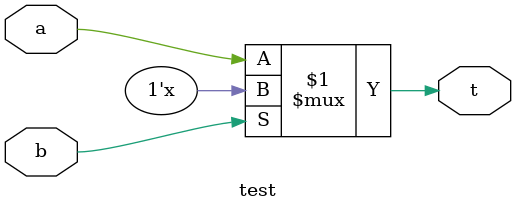
<source format=v>
module test(a,b,t);
input a,b;
output t;
tri t;
bufif0 B(t,a,b);
endmodule


</source>
